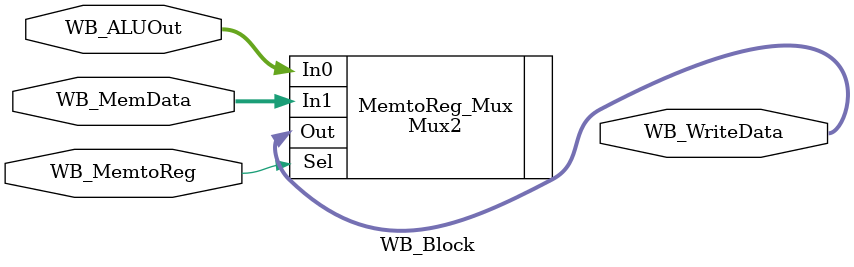
<source format=v>
`timescale 1ns / 1ps

module WB_Block (
    input [31:0] WB_MemData, WB_ALUOut,
    input WB_MemtoReg,

    output [31:0] WB_WriteData
    );


    Mux2 MemtoReg_Mux(
        .Sel(WB_MemtoReg),
        .In0(WB_ALUOut),
        .In1(WB_MemData),

        .Out(WB_WriteData)
    );

endmodule

</source>
